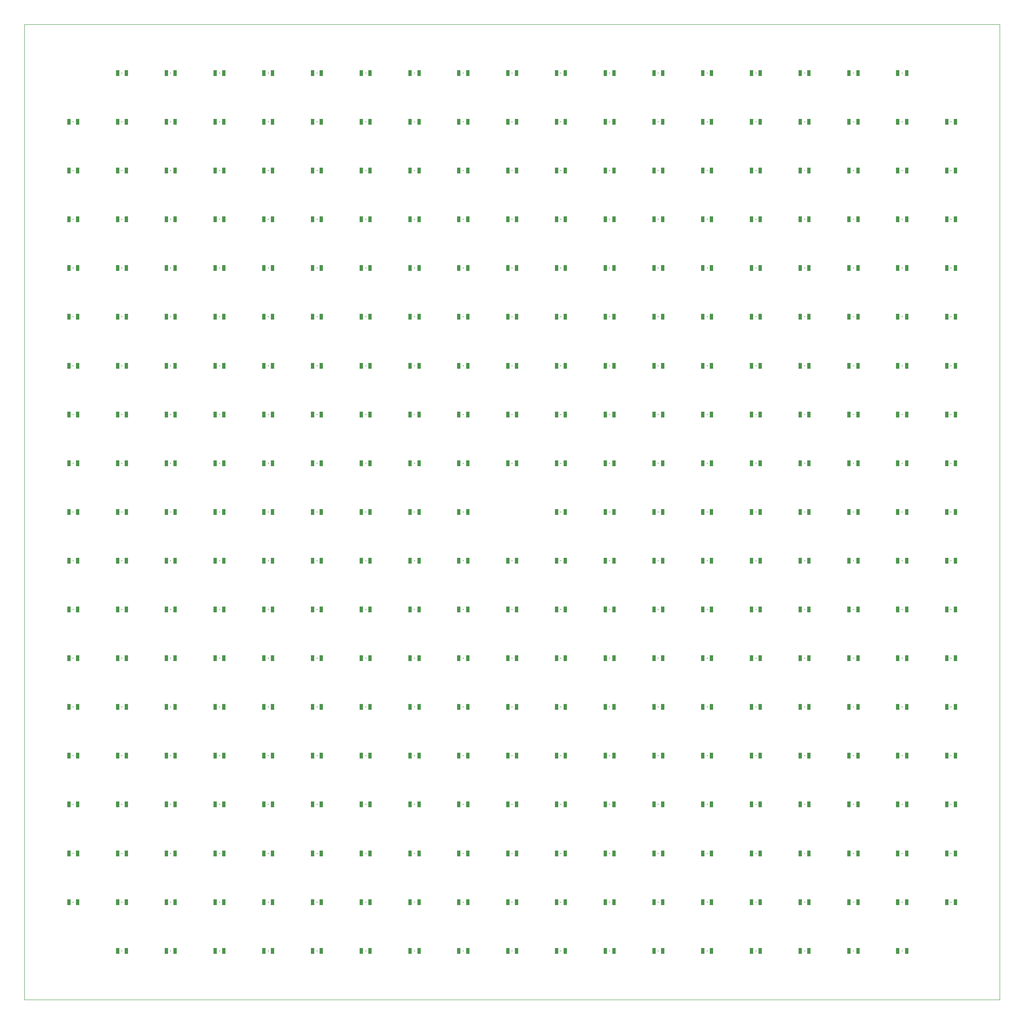
<source format=gbp>
G75*
%MOIN*%
%OFA0B0*%
%FSLAX25Y25*%
%IPPOS*%
%LPD*%
%AMOC8*
5,1,8,0,0,1.08239X$1,22.5*
%
%ADD10C,0.00000*%
%ADD11R,0.03150X0.04724*%
%ADD12C,0.00787*%
D10*
X0020779Y0001800D02*
X0020779Y0789202D01*
X0808180Y0789202D01*
X0808180Y0001800D01*
X0020779Y0001800D01*
D11*
X0095976Y0041170D03*
X0103062Y0041170D03*
X0135346Y0041170D03*
X0142432Y0041170D03*
X0174716Y0041170D03*
X0181803Y0041170D03*
X0214086Y0041170D03*
X0221173Y0041170D03*
X0253456Y0041170D03*
X0260543Y0041170D03*
X0292826Y0041170D03*
X0299913Y0041170D03*
X0332196Y0041170D03*
X0339283Y0041170D03*
X0371566Y0041170D03*
X0378653Y0041170D03*
X0410936Y0041170D03*
X0418023Y0041170D03*
X0450306Y0041170D03*
X0457393Y0041170D03*
X0489677Y0041170D03*
X0496763Y0041170D03*
X0529047Y0041170D03*
X0536133Y0041170D03*
X0568417Y0041170D03*
X0575503Y0041170D03*
X0607787Y0041170D03*
X0614873Y0041170D03*
X0647157Y0041170D03*
X0654243Y0041170D03*
X0686527Y0041170D03*
X0693614Y0041170D03*
X0725897Y0041170D03*
X0732984Y0041170D03*
X0732984Y0080540D03*
X0725897Y0080540D03*
X0693614Y0080540D03*
X0686527Y0080540D03*
X0654243Y0080540D03*
X0647157Y0080540D03*
X0614873Y0080540D03*
X0607787Y0080540D03*
X0575503Y0080540D03*
X0568417Y0080540D03*
X0536133Y0080540D03*
X0529047Y0080540D03*
X0496763Y0080540D03*
X0489677Y0080540D03*
X0457393Y0080540D03*
X0450306Y0080540D03*
X0418023Y0080540D03*
X0410936Y0080540D03*
X0378653Y0080540D03*
X0371566Y0080540D03*
X0339283Y0080540D03*
X0332196Y0080540D03*
X0299913Y0080540D03*
X0292826Y0080540D03*
X0260543Y0080540D03*
X0253456Y0080540D03*
X0221173Y0080540D03*
X0214086Y0080540D03*
X0181803Y0080540D03*
X0174716Y0080540D03*
X0142432Y0080540D03*
X0135346Y0080540D03*
X0103062Y0080540D03*
X0095976Y0080540D03*
X0063692Y0080540D03*
X0056606Y0080540D03*
X0056606Y0119910D03*
X0063692Y0119910D03*
X0095976Y0119910D03*
X0103062Y0119910D03*
X0135346Y0119910D03*
X0142432Y0119910D03*
X0174716Y0119910D03*
X0181803Y0119910D03*
X0214086Y0119910D03*
X0221173Y0119910D03*
X0253456Y0119910D03*
X0260543Y0119910D03*
X0292826Y0119910D03*
X0299913Y0119910D03*
X0332196Y0119910D03*
X0339283Y0119910D03*
X0371566Y0119910D03*
X0378653Y0119910D03*
X0410936Y0119910D03*
X0418023Y0119910D03*
X0450306Y0119910D03*
X0457393Y0119910D03*
X0489677Y0119910D03*
X0496763Y0119910D03*
X0529047Y0119910D03*
X0536133Y0119910D03*
X0568417Y0119910D03*
X0575503Y0119910D03*
X0607787Y0119910D03*
X0614873Y0119910D03*
X0647157Y0119910D03*
X0654243Y0119910D03*
X0686527Y0119910D03*
X0693614Y0119910D03*
X0725897Y0119910D03*
X0732984Y0119910D03*
X0765267Y0119910D03*
X0772354Y0119910D03*
X0772354Y0080540D03*
X0765267Y0080540D03*
X0765267Y0159280D03*
X0772354Y0159280D03*
X0732984Y0159280D03*
X0725897Y0159280D03*
X0693614Y0159280D03*
X0686527Y0159280D03*
X0654243Y0159280D03*
X0647157Y0159280D03*
X0614873Y0159280D03*
X0607787Y0159280D03*
X0575503Y0159280D03*
X0568417Y0159280D03*
X0536133Y0159280D03*
X0529047Y0159280D03*
X0496763Y0159280D03*
X0489677Y0159280D03*
X0457393Y0159280D03*
X0450306Y0159280D03*
X0418023Y0159280D03*
X0410936Y0159280D03*
X0378653Y0159280D03*
X0371566Y0159280D03*
X0339283Y0159280D03*
X0332196Y0159280D03*
X0299913Y0159280D03*
X0292826Y0159280D03*
X0260543Y0159280D03*
X0253456Y0159280D03*
X0221173Y0159280D03*
X0214086Y0159280D03*
X0181803Y0159280D03*
X0174716Y0159280D03*
X0142432Y0159280D03*
X0135346Y0159280D03*
X0103062Y0159280D03*
X0095976Y0159280D03*
X0063692Y0159280D03*
X0056606Y0159280D03*
X0056606Y0198650D03*
X0063692Y0198650D03*
X0095976Y0198650D03*
X0103062Y0198650D03*
X0135346Y0198650D03*
X0142432Y0198650D03*
X0174716Y0198650D03*
X0181803Y0198650D03*
X0214086Y0198650D03*
X0221173Y0198650D03*
X0253456Y0198650D03*
X0260543Y0198650D03*
X0292826Y0198650D03*
X0299913Y0198650D03*
X0332196Y0198650D03*
X0339283Y0198650D03*
X0371566Y0198650D03*
X0378653Y0198650D03*
X0410936Y0198650D03*
X0418023Y0198650D03*
X0450306Y0198650D03*
X0457393Y0198650D03*
X0489677Y0198650D03*
X0496763Y0198650D03*
X0529047Y0198650D03*
X0536133Y0198650D03*
X0568417Y0198650D03*
X0575503Y0198650D03*
X0607787Y0198650D03*
X0614873Y0198650D03*
X0647157Y0198650D03*
X0654243Y0198650D03*
X0686527Y0198650D03*
X0693614Y0198650D03*
X0725897Y0198650D03*
X0732984Y0198650D03*
X0765267Y0198650D03*
X0772354Y0198650D03*
X0772354Y0238020D03*
X0765267Y0238020D03*
X0732984Y0238020D03*
X0725897Y0238020D03*
X0693614Y0238020D03*
X0686527Y0238020D03*
X0654243Y0238020D03*
X0647157Y0238020D03*
X0614873Y0238020D03*
X0607787Y0238020D03*
X0575503Y0238020D03*
X0568417Y0238020D03*
X0536133Y0238020D03*
X0529047Y0238020D03*
X0496763Y0238020D03*
X0489677Y0238020D03*
X0457393Y0238020D03*
X0450306Y0238020D03*
X0418023Y0238020D03*
X0410936Y0238020D03*
X0378653Y0238020D03*
X0371566Y0238020D03*
X0339283Y0238020D03*
X0332196Y0238020D03*
X0299913Y0238020D03*
X0292826Y0238020D03*
X0260543Y0238020D03*
X0253456Y0238020D03*
X0221173Y0238020D03*
X0214086Y0238020D03*
X0181803Y0238020D03*
X0174716Y0238020D03*
X0142432Y0238020D03*
X0135346Y0238020D03*
X0103062Y0238020D03*
X0095976Y0238020D03*
X0063692Y0238020D03*
X0056606Y0238020D03*
X0056606Y0277391D03*
X0063692Y0277391D03*
X0095976Y0277391D03*
X0103062Y0277391D03*
X0135346Y0277391D03*
X0142432Y0277391D03*
X0174716Y0277391D03*
X0181803Y0277391D03*
X0214086Y0277391D03*
X0221173Y0277391D03*
X0253456Y0277391D03*
X0260543Y0277391D03*
X0292826Y0277391D03*
X0299913Y0277391D03*
X0332196Y0277391D03*
X0339283Y0277391D03*
X0371566Y0277391D03*
X0378653Y0277391D03*
X0410936Y0277391D03*
X0418023Y0277391D03*
X0450306Y0277391D03*
X0457393Y0277391D03*
X0489677Y0277391D03*
X0496763Y0277391D03*
X0529047Y0277391D03*
X0536133Y0277391D03*
X0568417Y0277391D03*
X0575503Y0277391D03*
X0607787Y0277391D03*
X0614873Y0277391D03*
X0647157Y0277391D03*
X0654243Y0277391D03*
X0686527Y0277391D03*
X0693614Y0277391D03*
X0725897Y0277391D03*
X0732984Y0277391D03*
X0765267Y0277391D03*
X0772354Y0277391D03*
X0772354Y0316761D03*
X0765267Y0316761D03*
X0732984Y0316761D03*
X0725897Y0316761D03*
X0693614Y0316761D03*
X0686527Y0316761D03*
X0654243Y0316761D03*
X0647157Y0316761D03*
X0614873Y0316761D03*
X0607787Y0316761D03*
X0575503Y0316761D03*
X0568417Y0316761D03*
X0536133Y0316761D03*
X0529047Y0316761D03*
X0496763Y0316761D03*
X0489677Y0316761D03*
X0457393Y0316761D03*
X0450306Y0316761D03*
X0418023Y0316761D03*
X0410936Y0316761D03*
X0378653Y0316761D03*
X0371566Y0316761D03*
X0339283Y0316761D03*
X0332196Y0316761D03*
X0299913Y0316761D03*
X0292826Y0316761D03*
X0260543Y0316761D03*
X0253456Y0316761D03*
X0221173Y0316761D03*
X0214086Y0316761D03*
X0181803Y0316761D03*
X0174716Y0316761D03*
X0142432Y0316761D03*
X0135346Y0316761D03*
X0103062Y0316761D03*
X0095976Y0316761D03*
X0063692Y0316761D03*
X0056606Y0316761D03*
X0056606Y0356131D03*
X0063692Y0356131D03*
X0095976Y0356131D03*
X0103062Y0356131D03*
X0135346Y0356131D03*
X0142432Y0356131D03*
X0174716Y0356131D03*
X0181803Y0356131D03*
X0214086Y0356131D03*
X0221173Y0356131D03*
X0253456Y0356131D03*
X0260543Y0356131D03*
X0292826Y0356131D03*
X0299913Y0356131D03*
X0332196Y0356131D03*
X0339283Y0356131D03*
X0371566Y0356131D03*
X0378653Y0356131D03*
X0410936Y0356131D03*
X0418023Y0356131D03*
X0450306Y0356131D03*
X0457393Y0356131D03*
X0489677Y0356131D03*
X0496763Y0356131D03*
X0529047Y0356131D03*
X0536133Y0356131D03*
X0568417Y0356131D03*
X0575503Y0356131D03*
X0607787Y0356131D03*
X0614873Y0356131D03*
X0647157Y0356131D03*
X0654243Y0356131D03*
X0686527Y0356131D03*
X0693614Y0356131D03*
X0725897Y0356131D03*
X0732984Y0356131D03*
X0765267Y0356131D03*
X0772354Y0356131D03*
X0772354Y0395501D03*
X0765267Y0395501D03*
X0732984Y0395501D03*
X0725897Y0395501D03*
X0693614Y0395501D03*
X0686527Y0395501D03*
X0654243Y0395501D03*
X0647157Y0395501D03*
X0614873Y0395501D03*
X0607787Y0395501D03*
X0575503Y0395501D03*
X0568417Y0395501D03*
X0536133Y0395501D03*
X0529047Y0395501D03*
X0496763Y0395501D03*
X0489677Y0395501D03*
X0457393Y0395501D03*
X0450306Y0395501D03*
X0450306Y0434871D03*
X0457393Y0434871D03*
X0489677Y0434871D03*
X0496763Y0434871D03*
X0529047Y0434871D03*
X0536133Y0434871D03*
X0568417Y0434871D03*
X0575503Y0434871D03*
X0607787Y0434871D03*
X0614873Y0434871D03*
X0647157Y0434871D03*
X0654243Y0434871D03*
X0686527Y0434871D03*
X0693614Y0434871D03*
X0725897Y0434871D03*
X0732984Y0434871D03*
X0765267Y0434871D03*
X0772354Y0434871D03*
X0772354Y0474241D03*
X0765267Y0474241D03*
X0732984Y0474241D03*
X0725897Y0474241D03*
X0693614Y0474241D03*
X0686527Y0474241D03*
X0654243Y0474241D03*
X0647157Y0474241D03*
X0614873Y0474241D03*
X0607787Y0474241D03*
X0575503Y0474241D03*
X0568417Y0474241D03*
X0536133Y0474241D03*
X0529047Y0474241D03*
X0496763Y0474241D03*
X0489677Y0474241D03*
X0457393Y0474241D03*
X0450306Y0474241D03*
X0418023Y0474241D03*
X0410936Y0474241D03*
X0378653Y0474241D03*
X0371566Y0474241D03*
X0339283Y0474241D03*
X0332196Y0474241D03*
X0299913Y0474241D03*
X0292826Y0474241D03*
X0260543Y0474241D03*
X0253456Y0474241D03*
X0221173Y0474241D03*
X0214086Y0474241D03*
X0181803Y0474241D03*
X0174716Y0474241D03*
X0142432Y0474241D03*
X0135346Y0474241D03*
X0103062Y0474241D03*
X0095976Y0474241D03*
X0063692Y0474241D03*
X0056606Y0474241D03*
X0056606Y0513611D03*
X0063692Y0513611D03*
X0095976Y0513611D03*
X0103062Y0513611D03*
X0135346Y0513611D03*
X0142432Y0513611D03*
X0174716Y0513611D03*
X0181803Y0513611D03*
X0214086Y0513611D03*
X0221173Y0513611D03*
X0253456Y0513611D03*
X0260543Y0513611D03*
X0292826Y0513611D03*
X0299913Y0513611D03*
X0332196Y0513611D03*
X0339283Y0513611D03*
X0371566Y0513611D03*
X0378653Y0513611D03*
X0410936Y0513611D03*
X0418023Y0513611D03*
X0450306Y0513611D03*
X0457393Y0513611D03*
X0489677Y0513611D03*
X0496763Y0513611D03*
X0529047Y0513611D03*
X0536133Y0513611D03*
X0568417Y0513611D03*
X0575503Y0513611D03*
X0607787Y0513611D03*
X0614873Y0513611D03*
X0647157Y0513611D03*
X0654243Y0513611D03*
X0686527Y0513611D03*
X0693614Y0513611D03*
X0725897Y0513611D03*
X0732984Y0513611D03*
X0765267Y0513611D03*
X0772354Y0513611D03*
X0772354Y0552981D03*
X0765267Y0552981D03*
X0732984Y0552981D03*
X0725897Y0552981D03*
X0693614Y0552981D03*
X0686527Y0552981D03*
X0654243Y0552981D03*
X0647157Y0552981D03*
X0614873Y0552981D03*
X0607787Y0552981D03*
X0575503Y0552981D03*
X0568417Y0552981D03*
X0536133Y0552981D03*
X0529047Y0552981D03*
X0496763Y0552981D03*
X0489677Y0552981D03*
X0457393Y0552981D03*
X0450306Y0552981D03*
X0418023Y0552981D03*
X0410936Y0552981D03*
X0378653Y0552981D03*
X0371566Y0552981D03*
X0339283Y0552981D03*
X0332196Y0552981D03*
X0299913Y0552981D03*
X0292826Y0552981D03*
X0260543Y0552981D03*
X0253456Y0552981D03*
X0221173Y0552981D03*
X0214086Y0552981D03*
X0181803Y0552981D03*
X0174716Y0552981D03*
X0142432Y0552981D03*
X0135346Y0552981D03*
X0103062Y0552981D03*
X0095976Y0552981D03*
X0063692Y0552981D03*
X0056606Y0552981D03*
X0056606Y0592351D03*
X0063692Y0592351D03*
X0095976Y0592351D03*
X0103062Y0592351D03*
X0135346Y0592351D03*
X0142432Y0592351D03*
X0174716Y0592351D03*
X0181803Y0592351D03*
X0214086Y0592351D03*
X0221173Y0592351D03*
X0253456Y0592351D03*
X0260543Y0592351D03*
X0292826Y0592351D03*
X0299913Y0592351D03*
X0332196Y0592351D03*
X0339283Y0592351D03*
X0371566Y0592351D03*
X0378653Y0592351D03*
X0410936Y0592351D03*
X0418023Y0592351D03*
X0450306Y0592351D03*
X0457393Y0592351D03*
X0489677Y0592351D03*
X0496763Y0592351D03*
X0529047Y0592351D03*
X0536133Y0592351D03*
X0568417Y0592351D03*
X0575503Y0592351D03*
X0607787Y0592351D03*
X0614873Y0592351D03*
X0647157Y0592351D03*
X0654243Y0592351D03*
X0686527Y0592351D03*
X0693614Y0592351D03*
X0725897Y0592351D03*
X0732984Y0592351D03*
X0765267Y0592351D03*
X0772354Y0592351D03*
X0772354Y0631721D03*
X0765267Y0631721D03*
X0732984Y0631721D03*
X0725897Y0631721D03*
X0693614Y0631721D03*
X0686527Y0631721D03*
X0654243Y0631721D03*
X0647157Y0631721D03*
X0614873Y0631721D03*
X0607787Y0631721D03*
X0575503Y0631721D03*
X0568417Y0631721D03*
X0536133Y0631721D03*
X0529047Y0631721D03*
X0496763Y0631721D03*
X0489677Y0631721D03*
X0457393Y0631721D03*
X0450306Y0631721D03*
X0418023Y0631721D03*
X0410936Y0631721D03*
X0378653Y0631721D03*
X0371566Y0631721D03*
X0339283Y0631721D03*
X0332196Y0631721D03*
X0299913Y0631721D03*
X0292826Y0631721D03*
X0260543Y0631721D03*
X0253456Y0631721D03*
X0221173Y0631721D03*
X0214086Y0631721D03*
X0181803Y0631721D03*
X0174716Y0631721D03*
X0142432Y0631721D03*
X0135346Y0631721D03*
X0103062Y0631721D03*
X0095976Y0631721D03*
X0063692Y0631721D03*
X0056606Y0631721D03*
X0056606Y0671091D03*
X0063692Y0671091D03*
X0095976Y0671091D03*
X0103062Y0671091D03*
X0135346Y0671091D03*
X0142432Y0671091D03*
X0174716Y0671091D03*
X0181803Y0671091D03*
X0214086Y0671091D03*
X0221173Y0671091D03*
X0253456Y0671091D03*
X0260543Y0671091D03*
X0292826Y0671091D03*
X0299913Y0671091D03*
X0332196Y0671091D03*
X0339283Y0671091D03*
X0371566Y0671091D03*
X0378653Y0671091D03*
X0410936Y0671091D03*
X0418023Y0671091D03*
X0450306Y0671091D03*
X0457393Y0671091D03*
X0489677Y0671091D03*
X0496763Y0671091D03*
X0529047Y0671091D03*
X0536133Y0671091D03*
X0568417Y0671091D03*
X0575503Y0671091D03*
X0607787Y0671091D03*
X0614873Y0671091D03*
X0647157Y0671091D03*
X0654243Y0671091D03*
X0686527Y0671091D03*
X0693614Y0671091D03*
X0725897Y0671091D03*
X0732984Y0671091D03*
X0765267Y0671091D03*
X0772354Y0671091D03*
X0772354Y0710461D03*
X0765267Y0710461D03*
X0732984Y0710461D03*
X0725897Y0710461D03*
X0693614Y0710461D03*
X0686527Y0710461D03*
X0654243Y0710461D03*
X0647157Y0710461D03*
X0614873Y0710461D03*
X0607787Y0710461D03*
X0575503Y0710461D03*
X0568417Y0710461D03*
X0536133Y0710461D03*
X0529047Y0710461D03*
X0496763Y0710461D03*
X0489677Y0710461D03*
X0457393Y0710461D03*
X0450306Y0710461D03*
X0418023Y0710461D03*
X0410936Y0710461D03*
X0378653Y0710461D03*
X0371566Y0710461D03*
X0339283Y0710461D03*
X0332196Y0710461D03*
X0299913Y0710461D03*
X0292826Y0710461D03*
X0260543Y0710461D03*
X0253456Y0710461D03*
X0221173Y0710461D03*
X0214086Y0710461D03*
X0181803Y0710461D03*
X0174716Y0710461D03*
X0142432Y0710461D03*
X0135346Y0710461D03*
X0103062Y0710461D03*
X0095976Y0710461D03*
X0063692Y0710461D03*
X0056606Y0710461D03*
X0095976Y0749831D03*
X0103062Y0749831D03*
X0135346Y0749831D03*
X0142432Y0749831D03*
X0174716Y0749831D03*
X0181803Y0749831D03*
X0214086Y0749831D03*
X0221173Y0749831D03*
X0253456Y0749831D03*
X0260543Y0749831D03*
X0292826Y0749831D03*
X0299913Y0749831D03*
X0332196Y0749831D03*
X0339283Y0749831D03*
X0371566Y0749831D03*
X0378653Y0749831D03*
X0410936Y0749831D03*
X0418023Y0749831D03*
X0450306Y0749831D03*
X0457393Y0749831D03*
X0489677Y0749831D03*
X0496763Y0749831D03*
X0529047Y0749831D03*
X0536133Y0749831D03*
X0568417Y0749831D03*
X0575503Y0749831D03*
X0607787Y0749831D03*
X0614873Y0749831D03*
X0647157Y0749831D03*
X0654243Y0749831D03*
X0686527Y0749831D03*
X0693614Y0749831D03*
X0725897Y0749831D03*
X0732984Y0749831D03*
X0418023Y0434871D03*
X0410936Y0434871D03*
X0378653Y0434871D03*
X0371566Y0434871D03*
X0339283Y0434871D03*
X0332196Y0434871D03*
X0299913Y0434871D03*
X0292826Y0434871D03*
X0260543Y0434871D03*
X0253456Y0434871D03*
X0221173Y0434871D03*
X0214086Y0434871D03*
X0181803Y0434871D03*
X0174716Y0434871D03*
X0142432Y0434871D03*
X0135346Y0434871D03*
X0103062Y0434871D03*
X0095976Y0434871D03*
X0063692Y0434871D03*
X0056606Y0434871D03*
X0056606Y0395501D03*
X0063692Y0395501D03*
X0095976Y0395501D03*
X0103062Y0395501D03*
X0135346Y0395501D03*
X0142432Y0395501D03*
X0174716Y0395501D03*
X0181803Y0395501D03*
X0214086Y0395501D03*
X0221173Y0395501D03*
X0253456Y0395501D03*
X0260543Y0395501D03*
X0292826Y0395501D03*
X0299913Y0395501D03*
X0332196Y0395501D03*
X0339283Y0395501D03*
X0371566Y0395501D03*
X0378653Y0395501D03*
D12*
X0375110Y0395501D03*
X0375110Y0434871D03*
X0414480Y0434871D03*
X0453850Y0434871D03*
X0493220Y0434871D03*
X0493220Y0395501D03*
X0453850Y0395501D03*
X0453850Y0356131D03*
X0493220Y0356131D03*
X0532590Y0356131D03*
X0532590Y0395501D03*
X0532590Y0434871D03*
X0532590Y0474241D03*
X0571960Y0474241D03*
X0571960Y0513611D03*
X0611330Y0513611D03*
X0611330Y0474241D03*
X0611330Y0434871D03*
X0611330Y0395501D03*
X0571960Y0395501D03*
X0571960Y0434871D03*
X0571960Y0356131D03*
X0611330Y0356131D03*
X0650700Y0356131D03*
X0650700Y0395501D03*
X0650700Y0434871D03*
X0650700Y0474241D03*
X0650700Y0513611D03*
X0650700Y0552981D03*
X0611330Y0552981D03*
X0571960Y0552981D03*
X0532590Y0552981D03*
X0532590Y0513611D03*
X0493220Y0513611D03*
X0453850Y0513611D03*
X0453850Y0474241D03*
X0493220Y0474241D03*
X0414480Y0474241D03*
X0414480Y0513611D03*
X0414480Y0552981D03*
X0453850Y0552981D03*
X0493220Y0552981D03*
X0493220Y0592351D03*
X0453850Y0592351D03*
X0453850Y0631721D03*
X0493220Y0631721D03*
X0532590Y0631721D03*
X0532590Y0592351D03*
X0571960Y0592351D03*
X0611330Y0592351D03*
X0650700Y0592351D03*
X0690070Y0592351D03*
X0690070Y0552981D03*
X0690070Y0513611D03*
X0690070Y0474241D03*
X0690070Y0434871D03*
X0690070Y0395501D03*
X0690070Y0356131D03*
X0729440Y0356131D03*
X0768810Y0356131D03*
X0768810Y0395501D03*
X0729440Y0395501D03*
X0729440Y0434871D03*
X0768810Y0434871D03*
X0768810Y0474241D03*
X0729440Y0474241D03*
X0729440Y0513611D03*
X0768810Y0513611D03*
X0768810Y0552981D03*
X0729440Y0552981D03*
X0729440Y0592351D03*
X0768810Y0592351D03*
X0768810Y0631721D03*
X0729440Y0631721D03*
X0690070Y0631721D03*
X0650700Y0631721D03*
X0611330Y0631721D03*
X0571960Y0631721D03*
X0571960Y0671091D03*
X0611330Y0671091D03*
X0650700Y0671091D03*
X0690070Y0671091D03*
X0729440Y0671091D03*
X0768810Y0671091D03*
X0768810Y0710461D03*
X0729440Y0710461D03*
X0690070Y0710461D03*
X0650700Y0710461D03*
X0611330Y0710461D03*
X0571960Y0710461D03*
X0532590Y0710461D03*
X0532590Y0671091D03*
X0493220Y0671091D03*
X0453850Y0671091D03*
X0414480Y0671091D03*
X0414480Y0631721D03*
X0414480Y0592351D03*
X0375110Y0592351D03*
X0375110Y0552981D03*
X0375110Y0513611D03*
X0375110Y0474241D03*
X0335740Y0474241D03*
X0335740Y0513611D03*
X0335740Y0552981D03*
X0335740Y0592351D03*
X0335740Y0631721D03*
X0375110Y0631721D03*
X0375110Y0671091D03*
X0375110Y0710461D03*
X0414480Y0710461D03*
X0453850Y0710461D03*
X0493220Y0710461D03*
X0493220Y0749831D03*
X0453850Y0749831D03*
X0414480Y0749831D03*
X0375110Y0749831D03*
X0335740Y0749831D03*
X0335740Y0710461D03*
X0335740Y0671091D03*
X0296369Y0671091D03*
X0256999Y0671091D03*
X0217629Y0671091D03*
X0178259Y0671091D03*
X0178259Y0631721D03*
X0217629Y0631721D03*
X0217629Y0592351D03*
X0178259Y0592351D03*
X0138889Y0592351D03*
X0138889Y0552981D03*
X0099519Y0552981D03*
X0099519Y0513611D03*
X0060149Y0513611D03*
X0060149Y0474241D03*
X0099519Y0474241D03*
X0099519Y0434871D03*
X0099519Y0395501D03*
X0060149Y0395501D03*
X0060149Y0434871D03*
X0060149Y0356131D03*
X0099519Y0356131D03*
X0138889Y0356131D03*
X0138889Y0395501D03*
X0138889Y0434871D03*
X0138889Y0474241D03*
X0138889Y0513611D03*
X0178259Y0513611D03*
X0217629Y0513611D03*
X0217629Y0474241D03*
X0178259Y0474241D03*
X0178259Y0434871D03*
X0178259Y0395501D03*
X0217629Y0395501D03*
X0217629Y0434871D03*
X0256999Y0434871D03*
X0256999Y0395501D03*
X0256999Y0356131D03*
X0217629Y0356131D03*
X0178259Y0356131D03*
X0178259Y0316761D03*
X0217629Y0316761D03*
X0256999Y0316761D03*
X0296369Y0316761D03*
X0296369Y0356131D03*
X0296369Y0395501D03*
X0296369Y0434871D03*
X0296369Y0474241D03*
X0256999Y0474241D03*
X0256999Y0513611D03*
X0256999Y0552981D03*
X0217629Y0552981D03*
X0178259Y0552981D03*
X0256999Y0592351D03*
X0256999Y0631721D03*
X0296369Y0631721D03*
X0296369Y0592351D03*
X0296369Y0552981D03*
X0296369Y0513611D03*
X0335740Y0434871D03*
X0335740Y0395501D03*
X0335740Y0356131D03*
X0375110Y0356131D03*
X0414480Y0356131D03*
X0414480Y0316761D03*
X0453850Y0316761D03*
X0493220Y0316761D03*
X0532590Y0316761D03*
X0571960Y0316761D03*
X0611330Y0316761D03*
X0650700Y0316761D03*
X0690070Y0316761D03*
X0729440Y0316761D03*
X0768810Y0316761D03*
X0768810Y0277391D03*
X0729440Y0277391D03*
X0690070Y0277391D03*
X0650700Y0277391D03*
X0611330Y0277391D03*
X0571960Y0277391D03*
X0532590Y0277391D03*
X0493220Y0277391D03*
X0453850Y0277391D03*
X0414480Y0277391D03*
X0375110Y0277391D03*
X0375110Y0316761D03*
X0335740Y0316761D03*
X0335740Y0277391D03*
X0335740Y0238020D03*
X0375110Y0238020D03*
X0375110Y0198650D03*
X0414480Y0198650D03*
X0414480Y0159280D03*
X0414480Y0119910D03*
X0453850Y0119910D03*
X0493220Y0119910D03*
X0493220Y0080540D03*
X0453850Y0080540D03*
X0453850Y0041170D03*
X0493220Y0041170D03*
X0532590Y0041170D03*
X0571960Y0041170D03*
X0611330Y0041170D03*
X0611330Y0080540D03*
X0571960Y0080540D03*
X0532590Y0080540D03*
X0532590Y0119910D03*
X0571960Y0119910D03*
X0611330Y0119910D03*
X0650700Y0119910D03*
X0650700Y0080540D03*
X0650700Y0041170D03*
X0690070Y0041170D03*
X0690070Y0080540D03*
X0690070Y0119910D03*
X0729440Y0119910D03*
X0768810Y0119910D03*
X0768810Y0080540D03*
X0729440Y0080540D03*
X0729440Y0041170D03*
X0729440Y0159280D03*
X0768810Y0159280D03*
X0768810Y0198650D03*
X0729440Y0198650D03*
X0690070Y0198650D03*
X0690070Y0159280D03*
X0650700Y0159280D03*
X0611330Y0159280D03*
X0571960Y0159280D03*
X0532590Y0159280D03*
X0493220Y0159280D03*
X0453850Y0159280D03*
X0453850Y0198650D03*
X0493220Y0198650D03*
X0532590Y0198650D03*
X0571960Y0198650D03*
X0611330Y0198650D03*
X0650700Y0198650D03*
X0650700Y0238020D03*
X0611330Y0238020D03*
X0571960Y0238020D03*
X0532590Y0238020D03*
X0493220Y0238020D03*
X0453850Y0238020D03*
X0414480Y0238020D03*
X0375110Y0159280D03*
X0375110Y0119910D03*
X0375110Y0080540D03*
X0414480Y0080540D03*
X0414480Y0041170D03*
X0375110Y0041170D03*
X0335740Y0041170D03*
X0335740Y0080540D03*
X0335740Y0119910D03*
X0335740Y0159280D03*
X0335740Y0198650D03*
X0296369Y0198650D03*
X0256999Y0198650D03*
X0256999Y0159280D03*
X0217629Y0159280D03*
X0178259Y0159280D03*
X0178259Y0119910D03*
X0217629Y0119910D03*
X0217629Y0080540D03*
X0178259Y0080540D03*
X0138889Y0080540D03*
X0138889Y0041170D03*
X0099519Y0041170D03*
X0099519Y0080540D03*
X0060149Y0080540D03*
X0060149Y0119910D03*
X0099519Y0119910D03*
X0138889Y0119910D03*
X0138889Y0159280D03*
X0099519Y0159280D03*
X0060149Y0159280D03*
X0060149Y0198650D03*
X0099519Y0198650D03*
X0138889Y0198650D03*
X0178259Y0198650D03*
X0217629Y0198650D03*
X0217629Y0238020D03*
X0178259Y0238020D03*
X0138889Y0238020D03*
X0099519Y0238020D03*
X0060149Y0238020D03*
X0060149Y0277391D03*
X0060149Y0316761D03*
X0099519Y0316761D03*
X0138889Y0316761D03*
X0138889Y0277391D03*
X0099519Y0277391D03*
X0178259Y0277391D03*
X0217629Y0277391D03*
X0256999Y0277391D03*
X0296369Y0277391D03*
X0296369Y0238020D03*
X0256999Y0238020D03*
X0296369Y0159280D03*
X0296369Y0119910D03*
X0256999Y0119910D03*
X0256999Y0080540D03*
X0256999Y0041170D03*
X0217629Y0041170D03*
X0178259Y0041170D03*
X0296369Y0041170D03*
X0296369Y0080540D03*
X0690070Y0238020D03*
X0729440Y0238020D03*
X0768810Y0238020D03*
X0296369Y0710461D03*
X0256999Y0710461D03*
X0217629Y0710461D03*
X0178259Y0710461D03*
X0138889Y0710461D03*
X0138889Y0671091D03*
X0138889Y0631721D03*
X0099519Y0631721D03*
X0099519Y0592351D03*
X0060149Y0592351D03*
X0060149Y0552981D03*
X0060149Y0631721D03*
X0060149Y0671091D03*
X0099519Y0671091D03*
X0099519Y0710461D03*
X0060149Y0710461D03*
X0099519Y0749831D03*
X0138889Y0749831D03*
X0178259Y0749831D03*
X0217629Y0749831D03*
X0256999Y0749831D03*
X0296369Y0749831D03*
X0532590Y0749831D03*
X0571960Y0749831D03*
X0611330Y0749831D03*
X0650700Y0749831D03*
X0690070Y0749831D03*
X0729440Y0749831D03*
M02*

</source>
